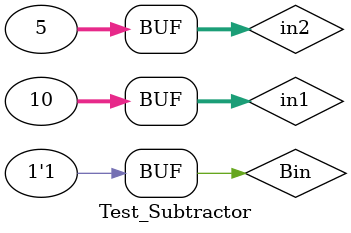
<source format=v>
module Test_Subtractor;
	parameter N=32;
	
	reg [N-1:0] in1, in2;
	reg Bin;
	
	wire [N-1:0] Diff;
	wire Bout, Vout;
	
	initial
	begin
			in1=10; in2=5; Bin=0;
		#10 in1=8; in2=3;
		#10 in1=15; in2=15;
		#10 in1=32'b11111111111111111111111111111111; in2=32'b11111111111111111111111111111110;
		#10 in1=32'b11111111111111111111111111111111; in2=32'b1111111111111111111111111111111;
		#10 in1=32'b1111111111111111111111111111111; in2=32'b11111111111111111111111111111111;
		#10 in1=10; in2=5; Bin=1;
	end
	
	initial
	begin
	$monitor($time, " num1=%d, num2=%d, difference=%d, Bin=%b, Bout=%b, V=%b", in1,in2,Diff,Bin,Bout,Vout);
	end

	NSubtractor #(N) Tsub(in1, in2, Bin, Diff, Bout, Vout);
endmodule



</source>
